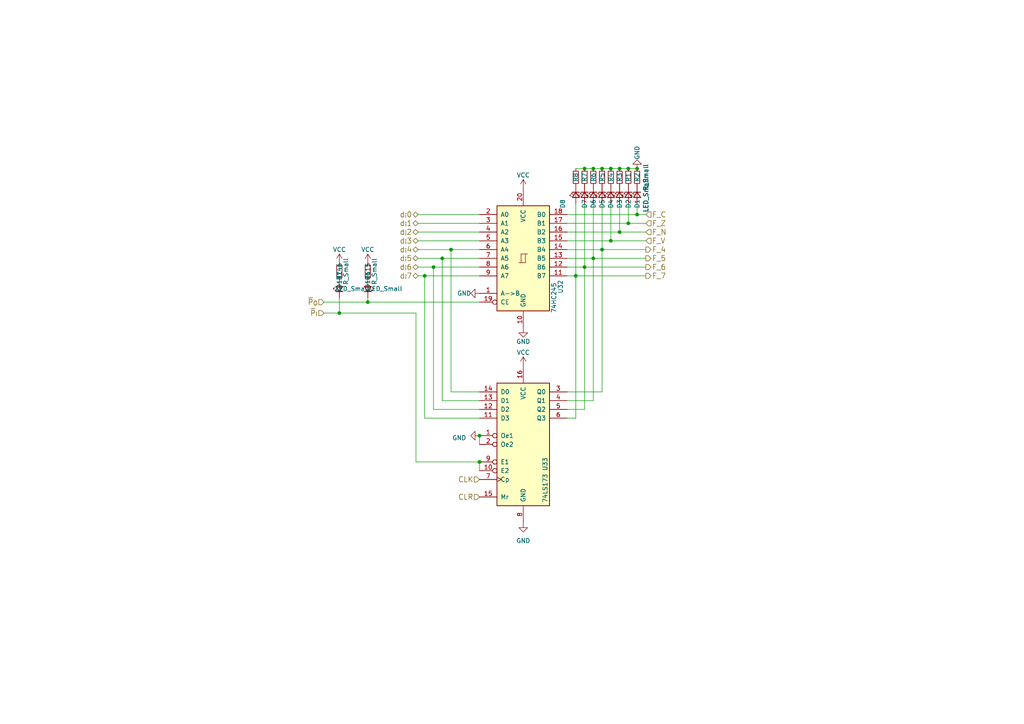
<source format=kicad_sch>
(kicad_sch (version 20230121) (generator eeschema)
  (paper "A4")
  (lib_symbols
    (symbol "74xx:74HC245" (pin_names (offset 1.016))
      (property "Reference" "U" (at -7.62 16.51 0))
      (property "Value" "74HC245" (at -7.62 -16.51 0))
      (symbol "74HC245_1_0"
        (polyline (pts (xy -0.635 -1.27) (xy -0.635 1.27) (xy 0.635 1.27)))
        (polyline (pts (xy -1.27 -1.27) (xy 0.635 -1.27) (xy 0.635 1.27) (xy 1.27 1.27)))
        (pin input line (at -12.7 -10.16 0) (length 5.08) (name "A->B") (number "1"))
        (pin power_in line (at 0 -20.32 90) (length 5.08) (name "GND") (number "10"))
        (pin tri_state line (at 12.7 -5.08 180) (length 5.08) (name "B7") (number "11"))
        (pin tri_state line (at 12.7 -2.54 180) (length 5.08) (name "B6") (number "12"))
        (pin tri_state line (at 12.7 0 180) (length 5.08) (name "B5") (number "13"))
        (pin tri_state line (at 12.7 2.54 180) (length 5.08) (name "B4") (number "14"))
        (pin tri_state line (at 12.7 5.08 180) (length 5.08) (name "B3") (number "15"))
        (pin tri_state line (at 12.7 7.62 180) (length 5.08) (name "B2") (number "16"))
        (pin tri_state line (at 12.7 10.16 180) (length 5.08) (name "B1") (number "17"))
        (pin tri_state line (at 12.7 12.7 180) (length 5.08) (name "B0") (number "18"))
        (pin input inverted (at -12.7 -12.7 0) (length 5.08) (name "CE") (number "19"))
        (pin tri_state line (at -12.7 12.7 0) (length 5.08) (name "A0") (number "2"))
        (pin power_in line (at 0 20.32 270) (length 5.08) (name "VCC") (number "20"))
        (pin tri_state line (at -12.7 10.16 0) (length 5.08) (name "A1") (number "3"))
        (pin tri_state line (at -12.7 7.62 0) (length 5.08) (name "A2") (number "4"))
        (pin tri_state line (at -12.7 5.08 0) (length 5.08) (name "A3") (number "5"))
        (pin tri_state line (at -12.7 2.54 0) (length 5.08) (name "A4") (number "6"))
        (pin tri_state line (at -12.7 0 0) (length 5.08) (name "A5") (number "7"))
        (pin tri_state line (at -12.7 -2.54 0) (length 5.08) (name "A6") (number "8"))
        (pin tri_state line (at -12.7 -5.08 0) (length 5.08) (name "A7") (number "9"))
      )
      (symbol "74HC245_1_1"
        (rectangle (start -7.62 15.24) (end 7.62 -15.24) (stroke (width 0.254)) (fill (type background)))
      )
    )
    (symbol "74xx:74LS173" (pin_names (offset 1.016))
      (property "Reference" "U" (at -7.62 19.05 0))
      (property "Value" "74LS173" (at -7.62 -19.05 0))
      (symbol "74LS173_1_0"
        (pin input inverted (at -12.7 2.54 0) (length 5.08) (name "Oe1") (number "1"))
        (pin input inverted (at -12.7 -7.62 0) (length 5.08) (name "E2") (number "10"))
        (pin input line (at -12.7 7.62 0) (length 5.08) (name "D3") (number "11"))
        (pin input line (at -12.7 10.16 0) (length 5.08) (name "D2") (number "12"))
        (pin input line (at -12.7 12.7 0) (length 5.08) (name "D1") (number "13"))
        (pin input line (at -12.7 15.24 0) (length 5.08) (name "D0") (number "14"))
        (pin input line (at -12.7 -15.24 0) (length 5.08) (name "Mr") (number "15"))
        (pin power_in line (at 0 22.86 270) (length 5.08) (name "VCC") (number "16"))
        (pin input inverted (at -12.7 0 0) (length 5.08) (name "Oe2") (number "2"))
        (pin tri_state line (at 12.7 15.24 180) (length 5.08) (name "Q0") (number "3"))
        (pin tri_state line (at 12.7 12.7 180) (length 5.08) (name "Q1") (number "4"))
        (pin tri_state line (at 12.7 10.16 180) (length 5.08) (name "Q2") (number "5"))
        (pin tri_state line (at 12.7 7.62 180) (length 5.08) (name "Q3") (number "6"))
        (pin input clock (at -12.7 -10.16 0) (length 5.08) (name "Cp") (number "7"))
        (pin power_in line (at 0 -22.86 90) (length 5.08) (name "GND") (number "8"))
        (pin input inverted (at -12.7 -5.08 0) (length 5.08) (name "E1") (number "9"))
      )
      (symbol "74LS173_1_1"
        (rectangle (start -7.62 17.78) (end 7.62 -17.78) (stroke (width 0.254)) (fill (type background)))
      )
    )
    (symbol "Device:LED_Small" (pin_numbers hide) (pin_names (offset 0.254) hide)
      (property "Reference" "D" (at -1.27 3.175 0))
      (property "Value" "LED_Small" (at -4.445 -2.54 0))
      (symbol "LED_Small_0_1"
        (polyline (pts (xy -0.762 -1.016) (xy -0.762 1.016)) (stroke (width 0.254)))
        (polyline (pts (xy 1.016 0) (xy -0.762 0)))
        (polyline (pts (xy 0.762 -1.016) (xy -0.762 0) (xy 0.762 1.016) (xy 0.762 -1.016)) (stroke (width 0.254)))
        (polyline (pts (xy 0 0.762) (xy -0.508 1.27) (xy -0.254 1.27) (xy -0.508 1.27) (xy -0.508 1.016)))
        (polyline (pts (xy 0.508 1.27) (xy 0 1.778) (xy 0.254 1.778) (xy 0 1.778) (xy 0 1.524)))
      )
      (symbol "LED_Small_1_1"
        (pin passive line (at -2.54 0 0) (length 1.778) (name "K") (number "1"))
        (pin passive line (at 2.54 0 180) (length 1.778) (name "A") (number "2"))
      )
    )
    (symbol "Device:R_Small" (pin_numbers hide) (pin_names (offset 0.254) hide)
      (property "Reference" "R" (at 0.762 0.508 0))
      (property "Value" "R_Small" (at 0.762 -1.016 0))
      (symbol "R_Small_0_1"
        (rectangle (start -0.762 1.778) (end 0.762 -1.778) (stroke (width 0.2032)))
      )
      (symbol "R_Small_1_1"
        (pin passive line (at 0 2.54 270) (length 0.762) (name "~") (number "1"))
        (pin passive line (at 0 -2.54 90) (length 0.762) (name "~") (number "2"))
      )
    )
    (symbol "power:GND" (power) (pin_names (offset 0))
      (property "Value" "GND" (at 0 -3.81 0))
      (symbol "GND_0_1"
        (polyline (pts (xy 0 0) (xy 0 -1.27) (xy 1.27 -1.27) (xy 0 -2.54) (xy -1.27 -1.27) (xy 0 -1.27)))
      )
      (symbol "GND_1_1"
        (pin power_in line (at 0 0 270) (length 0) hide (name "GND") (number "1"))
      )
    )
    (symbol "power:VCC" (power) (pin_names (offset 0))
      (property "Value" "VCC" (at 0 3.81 0))
      (symbol "VCC_0_1"
        (polyline (pts (xy -0.762 1.27) (xy 0 2.54)))
        (polyline (pts (xy 0 0) (xy 0 2.54)))
        (polyline (pts (xy 0 2.54) (xy 0.762 1.27)))
      )
      (symbol "VCC_1_1"
        (pin power_in line (at 0 0 90) (length 0) hide (name "VCC") (number "1"))
      )
    )
  )
  (junction (at 174.625 72.39))
  (junction (at 169.545 48.895))
  (junction (at 128.27 74.93))
  (junction (at 98.425 90.805))
  (junction (at 184.785 48.895))
  (junction (at 125.73 77.47))
  (junction (at 169.545 77.47))
  (junction (at 139.065 133.985))
  (junction (at 106.68 87.63))
  (junction (at 139.065 126.365))
  (junction (at 123.19 80.01))
  (junction (at 182.245 64.77))
  (junction (at 174.625 48.895))
  (junction (at 130.81 72.39))
  (junction (at 172.085 74.93))
  (junction (at 182.245 48.895))
  (junction (at 184.785 62.23))
  (junction (at 172.085 48.895))
  (junction (at 167.005 80.01))
  (junction (at 179.705 67.31))
  (junction (at 177.165 48.895))
  (junction (at 177.165 69.85))
  (junction (at 179.705 48.895))
  (wire (pts (xy 164.465 67.31) (xy 179.705 67.31)))
  (wire (pts (xy 125.73 77.47) (xy 139.065 77.47)))
  (wire (pts (xy 130.81 72.39) (xy 139.065 72.39)))
  (wire (pts (xy 121.285 69.85) (xy 139.065 69.85)))
  (wire (pts (xy 177.165 69.85) (xy 177.165 59.055)))
  (wire (pts (xy 123.19 80.01) (xy 123.19 121.285)))
  (wire (pts (xy 121.285 64.77) (xy 139.065 64.77)))
  (wire (pts (xy 130.81 113.665) (xy 139.065 113.665)))
  (wire (pts (xy 174.625 72.39) (xy 187.325 72.39)))
  (wire (pts (xy 164.465 69.85) (xy 177.165 69.85)))
  (wire (pts (xy 174.625 72.39) (xy 174.625 113.665)))
  (wire (pts (xy 177.165 48.895) (xy 174.625 48.895)))
  (wire (pts (xy 123.19 80.01) (xy 139.065 80.01)))
  (wire (pts (xy 121.285 74.93) (xy 128.27 74.93)))
  (wire (pts (xy 139.065 126.365) (xy 139.065 128.905)))
  (wire (pts (xy 125.73 118.745) (xy 139.065 118.745)))
  (wire (pts (xy 182.245 64.77) (xy 187.325 64.77)))
  (wire (pts (xy 130.81 72.39) (xy 130.81 113.665)))
  (wire (pts (xy 164.465 62.23) (xy 184.785 62.23)))
  (wire (pts (xy 169.545 59.055) (xy 169.545 77.47)))
  (wire (pts (xy 121.285 80.01) (xy 123.19 80.01)))
  (wire (pts (xy 164.465 118.745) (xy 169.545 118.745)))
  (wire (pts (xy 125.73 77.47) (xy 125.73 118.745)))
  (wire (pts (xy 106.68 87.63) (xy 139.065 87.63)))
  (wire (pts (xy 179.705 48.895) (xy 177.165 48.895)))
  (wire (pts (xy 120.65 133.985) (xy 139.065 133.985)))
  (wire (pts (xy 172.085 74.93) (xy 187.325 74.93)))
  (wire (pts (xy 139.065 121.285) (xy 123.19 121.285)))
  (wire (pts (xy 164.465 113.665) (xy 174.625 113.665)))
  (wire (pts (xy 121.285 67.31) (xy 139.065 67.31)))
  (wire (pts (xy 121.285 72.39) (xy 130.81 72.39)))
  (wire (pts (xy 93.98 90.805) (xy 98.425 90.805)))
  (wire (pts (xy 128.27 74.93) (xy 139.065 74.93)))
  (wire (pts (xy 169.545 48.895) (xy 167.005 48.895)))
  (wire (pts (xy 167.005 80.01) (xy 167.005 121.285)))
  (wire (pts (xy 172.085 116.205) (xy 164.465 116.205)))
  (wire (pts (xy 172.085 48.895) (xy 169.545 48.895)))
  (wire (pts (xy 164.465 77.47) (xy 169.545 77.47)))
  (wire (pts (xy 179.705 59.055) (xy 179.705 67.31)))
  (wire (pts (xy 93.98 87.63) (xy 106.68 87.63)))
  (wire (pts (xy 164.465 64.77) (xy 182.245 64.77)))
  (wire (pts (xy 167.005 80.01) (xy 167.005 59.055)))
  (wire (pts (xy 182.245 48.895) (xy 179.705 48.895)))
  (wire (pts (xy 177.165 69.85) (xy 187.325 69.85)))
  (wire (pts (xy 121.285 62.23) (xy 139.065 62.23)))
  (wire (pts (xy 98.425 90.805) (xy 120.65 90.805)))
  (wire (pts (xy 164.465 74.93) (xy 172.085 74.93)))
  (wire (pts (xy 184.785 59.055) (xy 184.785 62.23)))
  (wire (pts (xy 179.705 67.31) (xy 187.325 67.31)))
  (wire (pts (xy 184.785 48.895) (xy 182.245 48.895)))
  (wire (pts (xy 98.425 86.36) (xy 98.425 90.805)))
  (wire (pts (xy 139.065 133.985) (xy 139.065 136.525)))
  (wire (pts (xy 167.005 121.285) (xy 164.465 121.285)))
  (wire (pts (xy 106.68 86.36) (xy 106.68 87.63)))
  (wire (pts (xy 184.785 62.23) (xy 187.325 62.23)))
  (wire (pts (xy 182.245 59.055) (xy 182.245 64.77)))
  (wire (pts (xy 164.465 80.01) (xy 167.005 80.01)))
  (wire (pts (xy 121.285 77.47) (xy 125.73 77.47)))
  (wire (pts (xy 174.625 48.895) (xy 172.085 48.895)))
  (wire (pts (xy 139.065 116.205) (xy 128.27 116.205)))
  (wire (pts (xy 164.465 72.39) (xy 174.625 72.39)))
  (wire (pts (xy 169.545 77.47) (xy 187.325 77.47)))
  (wire (pts (xy 167.005 80.01) (xy 187.325 80.01)))
  (wire (pts (xy 172.085 59.055) (xy 172.085 74.93)))
  (wire (pts (xy 174.625 59.055) (xy 174.625 72.39)))
  (wire (pts (xy 120.65 90.805) (xy 120.65 133.985)))
  (wire (pts (xy 169.545 77.47) (xy 169.545 118.745)))
  (wire (pts (xy 128.27 74.93) (xy 128.27 116.205)))
  (wire (pts (xy 172.085 74.93) (xy 172.085 116.205)))
  (hierarchical_label "d_{i}3" (shape tri_state) (at 121.285 69.85 180) (effects (font (size 1.524 1.524))))
  (hierarchical_label "F_C" (shape input) (at 187.325 62.23 0) (effects (font (size 1.524 1.524))))
  (hierarchical_label "CLK" (shape input) (at 139.065 139.065 180) (effects (font (size 1.524 1.524))))
  (hierarchical_label "F_4" (shape output) (at 187.325 72.39 0) (effects (font (size 1.524 1.524))))
  (hierarchical_label "F_6" (shape output) (at 187.325 77.47 0) (effects (font (size 1.524 1.524))))
  (hierarchical_label "F_7" (shape output) (at 187.325 80.01 0) (effects (font (size 1.524 1.524))))
  (hierarchical_label "F_5" (shape output) (at 187.325 74.93 0) (effects (font (size 1.524 1.524))))
  (hierarchical_label "d_{i}5" (shape tri_state) (at 121.285 74.93 180) (effects (font (size 1.524 1.524))))
  (hierarchical_label "F_N" (shape input) (at 187.325 67.31 0) (effects (font (size 1.524 1.524))))
  (hierarchical_label "d_{i}7" (shape tri_state) (at 121.285 80.01 180) (effects (font (size 1.524 1.524))))
  (hierarchical_label "F_V" (shape input) (at 187.325 69.85 0) (effects (font (size 1.524 1.524))))
  (hierarchical_label "~{P}_{I}" (shape input) (at 93.98 90.805 180) (effects (font (size 1.524 1.524))))
  (hierarchical_label "d_{i}6" (shape tri_state) (at 121.285 77.47 180) (effects (font (size 1.524 1.524))))
  (hierarchical_label "d_{i}4" (shape tri_state) (at 121.285 72.39 180) (effects (font (size 1.524 1.524))))
  (hierarchical_label "d_{i}0" (shape tri_state) (at 121.285 62.23 180) (effects (font (size 1.524 1.524))))
  (hierarchical_label "d_{i}1" (shape tri_state) (at 121.285 64.77 180) (effects (font (size 1.524 1.524))))
  (hierarchical_label "~{P}_{O}" (shape input) (at 93.98 87.63 180) (effects (font (size 1.524 1.524))))
  (hierarchical_label "F_Z" (shape input) (at 187.325 64.77 0) (effects (font (size 1.524 1.524))))
  (hierarchical_label "d_{i}2" (shape tri_state) (at 121.285 67.31 180) (effects (font (size 1.524 1.524))))
  (hierarchical_label "CLR" (shape input) (at 139.065 144.145 180) (effects (font (size 1.524 1.524))))
  (symbol (lib_id "Device:R_Small") (at 167.005 51.435 0) (mirror x) (unit 1)
    (property "Reference" "R8" (at 167.005 51.435 90))
    (property "Value" "R_Small" (at 187.325 51.435 90))
    (instances (project "8bit-computer" (path "" (reference "R8") (unit 1)) (path "" (reference "R86") (unit 1)) (path "" (reference "R38") (unit 1))))
  )
  (symbol (lib_id "Device:LED_Small") (at 184.785 56.515 90) (mirror x) (unit 1)
    (property "Reference" "D1" (at 184.785 59.1185 0))
    (property "Value" "LED_Small" (at 187.325 56.5785 0))
    (instances (project "8bit-computer" (path "" (reference "D1") (unit 1)) (path "" (reference "D68") (unit 1)) (path "" (reference "D45") (unit 1))))
  )
  (symbol (lib_id "74xx:74LS173") (at 151.765 128.905 0) (unit 1)
    (property "Reference" "U33" (at 158.115 134.62 90))
    (property "Value" "74LS173" (at 158.115 141.605 90))
    (property "Datasheet" "http://www.ti.com/lit/gpn/sn74LS173" (effects hide))
    (instances (project "8bit-computer" (path "" (reference "U33") (unit 1)) (path "" (reference "U8") (unit 1))))
  )
  (symbol (lib_id "Device:LED_Small") (at 172.085 56.515 90) (mirror x) (unit 1)
    (property "Reference" "D6" (at 172.085 59.1185 0))
    (property "Value" "LED_Small" (at 187.325 56.5785 0))
    (instances (project "8bit-computer" (path "" (reference "D6") (unit 1)) (path "" (reference "D75") (unit 1)) (path "" (reference "D40") (unit 1))))
  )
  (symbol (lib_id "Device:R_Small") (at 106.68 78.74 0) (mirror x) (unit 1)
    (property "Reference" "R115" (at 106.68 78.74 90))
    (property "Value" "R_Small" (at 108.585 78.74 90))
    (instances (project "8bit-computer" (path "" (reference "R115") (unit 1)) (path "" (reference "R116") (unit 1)) (path "" (reference "R37") (unit 1))))
  )
  (symbol (lib_id "Device:R_Small") (at 172.085 51.435 0) (mirror x) (unit 1)
    (property "Reference" "R6" (at 172.085 51.435 90))
    (property "Value" "R_Small" (at 187.325 51.435 90))
    (instances (project "8bit-computer" (path "" (reference "R6") (unit 1)) (path "" (reference "R84") (unit 1)) (path "" (reference "R40") (unit 1))))
  )
  (symbol (lib_id "Device:R_Small") (at 177.165 51.435 0) (mirror x) (unit 1)
    (property "Reference" "R4" (at 177.165 51.435 90))
    (property "Value" "R_Small" (at 187.325 51.435 90))
    (instances (project "8bit-computer" (path "" (reference "R4") (unit 1)) (path "" (reference "R82") (unit 1)) (path "" (reference "R42") (unit 1))))
  )
  (symbol (lib_id "power:GND") (at 151.765 95.25 0) (unit 1)
    (property "Reference" "#PWR045" (effects hide))
    (property "Value" "GND" (at 151.765 99.06 0))
  )
  (symbol (lib_id "Device:R_Small") (at 174.625 51.435 0) (mirror x) (unit 1)
    (property "Reference" "R5" (at 174.625 51.435 90))
    (property "Value" "R_Small" (at 187.325 51.435 90))
    (instances (project "8bit-computer" (path "" (reference "R5") (unit 1)) (path "" (reference "R83") (unit 1)) (path "" (reference "R41") (unit 1))))
  )
  (symbol (lib_id "Device:R_Small") (at 182.245 51.435 0) (mirror x) (unit 1)
    (property "Reference" "R1" (at 182.245 51.435 90))
    (property "Value" "R_Small" (at 187.325 51.435 90))
    (instances (project "8bit-computer" (path "" (reference "R1") (unit 1)) (path "" (reference "R80") (unit 1)) (path "" (reference "R44") (unit 1))))
  )
  (symbol (lib_id "power:GND") (at 139.065 85.09 270) (unit 1)
    (property "Reference" "#PWR042" (effects hide))
    (property "Value" "GND" (at 134.62 85.09 90))
  )
  (symbol (lib_id "Device:LED_Small") (at 177.165 56.515 90) (mirror x) (unit 1)
    (property "Reference" "D4" (at 177.165 59.1185 0))
    (property "Value" "LED_Small" (at 187.325 56.5785 0))
    (instances (project "8bit-computer" (path "" (reference "D4") (unit 1)) (path "" (reference "D73") (unit 1)) (path "" (reference "D42") (unit 1))))
  )
  (symbol (lib_id "Device:LED_Small") (at 98.425 83.82 90) (unit 1)
    (property "Reference" "D137" (at 98.425 81.2165 0))
    (property "Value" "LED_Small" (at 102.235 83.7565 90))
    (instances (project "8bit-computer" (path "" (reference "D137") (unit 1)) (path "" (reference "D36") (unit 1))))
  )
  (symbol (lib_id "power:VCC") (at 98.425 76.2 0) (unit 1)
    (property "Reference" "#PWR0217" (effects hide))
    (property "Value" "VCC" (at 96.52 72.39 0) (effects (justify left)))
    (instances (project "8bit-computer" (path "" (reference "#PWR0217") (unit 1)) (path "" (reference "#PWR040") (unit 1))))
  )
  (symbol (lib_id "Device:LED_Small") (at 174.625 56.515 90) (mirror x) (unit 1)
    (property "Reference" "D5" (at 174.625 59.1185 0))
    (property "Value" "LED_Small" (at 187.325 56.5785 0))
    (instances (project "8bit-computer" (path "" (reference "D5") (unit 1)) (path "" (reference "D74") (unit 1)) (path "" (reference "D41") (unit 1))))
  )
  (symbol (lib_id "Device:LED_Small") (at 179.705 56.515 90) (mirror x) (unit 1)
    (property "Reference" "D3" (at 179.705 59.1185 0))
    (property "Value" "LED_Small" (at 187.325 56.5785 0))
    (instances (project "8bit-computer" (path "" (reference "D3") (unit 1)) (path "" (reference "D72") (unit 1)) (path "" (reference "D43") (unit 1))))
  )
  (symbol (lib_id "Device:R_Small") (at 98.425 78.74 180) (unit 1)
    (property "Reference" "R146" (at 98.425 78.74 90))
    (property "Value" "R_Small" (at 100.33 78.74 90))
    (instances (project "8bit-computer" (path "" (reference "R146") (unit 1)) (path "" (reference "R36") (unit 1))))
  )
  (symbol (lib_id "power:GND") (at 151.765 151.765 0) (unit 1)
    (property "Reference" "#PWR047" (effects hide))
    (property "Value" "GND" (at 151.765 156.845 0))
  )
  (symbol (lib_id "Device:LED_Small") (at 106.68 83.82 270) (mirror x) (unit 1)
    (property "Reference" "D106" (at 106.68 81.2165 0))
    (property "Value" "LED_Small" (at 111.76 83.7565 90))
    (instances (project "8bit-computer" (path "" (reference "D106") (unit 1)) (path "" (reference "D107") (unit 1)) (path "" (reference "D37") (unit 1))))
  )
  (symbol (lib_id "Device:R_Small") (at 179.705 51.435 0) (mirror x) (unit 1)
    (property "Reference" "R3" (at 179.705 51.435 90))
    (property "Value" "R_Small" (at 187.325 51.435 90))
    (instances (project "8bit-computer" (path "" (reference "R3") (unit 1)) (path "" (reference "R81") (unit 1)) (path "" (reference "R43") (unit 1))))
  )
  (symbol (lib_id "74xx:74HC245") (at 151.765 74.93 0) (unit 1)
    (property "Reference" "U32" (at 162.56 83.185 90))
    (property "Value" "74HC245" (at 160.655 86.36 90))
    (property "Datasheet" "http://www.ti.com/lit/gpn/sn74HC245" (effects hide))
    (instances (project "8bit-computer" (path "" (reference "U32") (unit 1)) (path "" (reference "U7") (unit 1))))
  )
  (symbol (lib_id "Device:R_Small") (at 184.785 51.435 0) (mirror x) (unit 1)
    (property "Reference" "R2" (at 184.785 51.435 90))
    (property "Value" "R_Small" (at 187.325 51.435 90))
    (instances (project "8bit-computer" (path "" (reference "R2") (unit 1)) (path "" (reference "R73") (unit 1)) (path "" (reference "R45") (unit 1))))
  )
  (symbol (lib_id "power:VCC") (at 151.765 54.61 0) (unit 1)
    (property "Reference" "#PWR044" (effects hide))
    (property "Value" "VCC" (at 151.765 50.8 0))
  )
  (symbol (lib_id "Device:R_Small") (at 169.545 51.435 0) (mirror x) (unit 1)
    (property "Reference" "R7" (at 169.545 51.435 90))
    (property "Value" "R_Small" (at 187.325 51.435 90))
    (instances (project "8bit-computer" (path "" (reference "R7") (unit 1)) (path "" (reference "R85") (unit 1)) (path "" (reference "R39") (unit 1))))
  )
  (symbol (lib_id "power:VCC") (at 151.765 106.045 0) (unit 1)
    (property "Reference" "#PWR046" (effects hide))
    (property "Value" "VCC" (at 151.765 102.235 0))
  )
  (symbol (lib_id "Device:LED_Small") (at 169.545 56.515 90) (mirror x) (unit 1)
    (property "Reference" "D7" (at 169.545 59.1185 0))
    (property "Value" "LED_Small" (at 187.325 56.5785 0))
    (instances (project "8bit-computer" (path "" (reference "D7") (unit 1)) (path "" (reference "D76") (unit 1)) (path "" (reference "D39") (unit 1))))
  )
  (symbol (lib_id "power:VCC") (at 106.68 76.2 0) (mirror y) (unit 1)
    (property "Reference" "#PWR024" (effects hide))
    (property "Value" "VCC" (at 108.585 72.39 0) (effects (justify left)))
    (instances (project "8bit-computer" (path "" (reference "#PWR024") (unit 1)) (path "" (reference "#PWR033") (unit 1)) (path "" (reference "#PWR041") (unit 1))))
  )
  (symbol (lib_id "Device:LED_Small") (at 182.245 56.515 90) (mirror x) (unit 1)
    (property "Reference" "D2" (at 182.245 59.1185 0))
    (property "Value" "LED_Small" (at 187.325 56.5785 0))
    (instances (project "8bit-computer" (path "" (reference "D2") (unit 1)) (path "" (reference "D71") (unit 1)) (path "" (reference "D44") (unit 1))))
  )
  (symbol (lib_id "power:GND") (at 139.065 126.365 270) (unit 1)
    (property "Reference" "#PWR043" (effects hide))
    (property "Value" "GND" (at 135.255 127 90) (effects (justify right)))
  )
  (symbol (lib_id "Device:LED_Small") (at 167.005 56.515 90) (mirror x) (unit 1)
    (property "Reference" "D8" (at 163.195 59.1185 0))
    (property "Value" "LED_Small" (at 187.325 56.5785 0))
    (instances (project "8bit-computer" (path "" (reference "D8") (unit 1)) (path "" (reference "D77") (unit 1)) (path "" (reference "D38") (unit 1))))
  )
  (symbol (lib_id "power:GND") (at 184.785 48.895 0) (mirror x) (unit 1)
    (property "Reference" "#PWR097" (effects hide))
    (property "Value" "GND" (at 184.785 46.355 90) (effects (justify right)))
    (instances (project "8bit-computer" (path "" (reference "#PWR097") (unit 1)) (path "" (reference "#PWR0102") (unit 1)) (path "" (reference "#PWR048") (unit 1))))
  )
)
</source>
